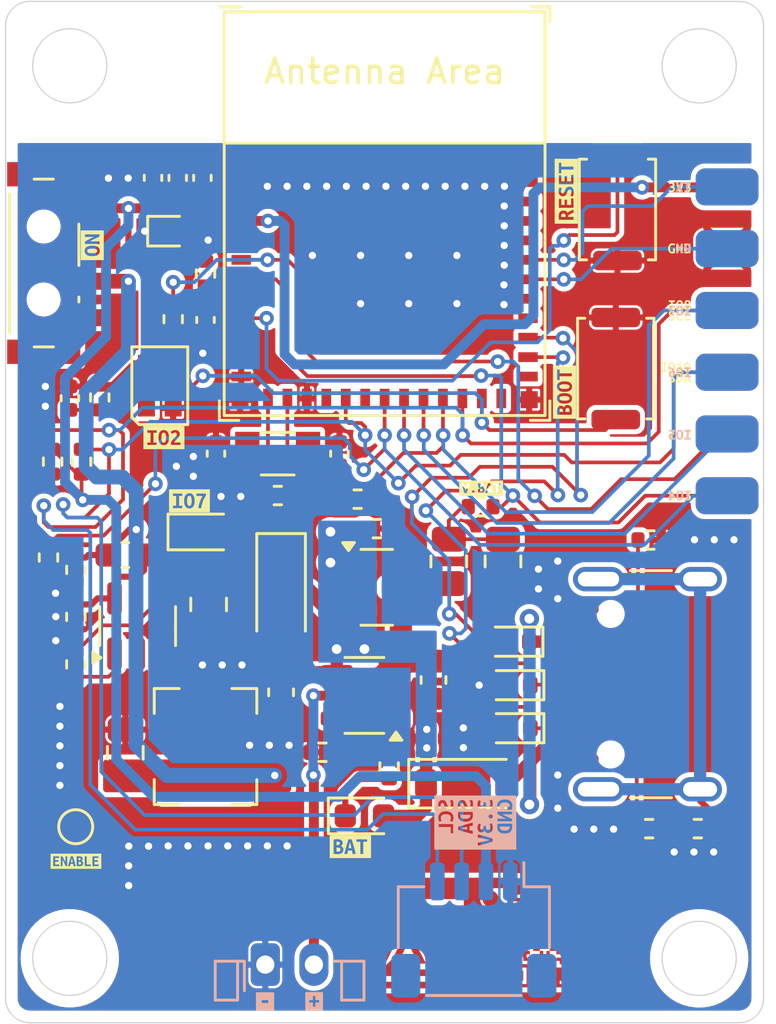
<source format=kicad_pcb>
(kicad_pcb (version 20240108) (generator "pcbnew") (generator_version "8.0")
  (layers (0 "F.Cu" signal) (31 "B.Cu" signal) (34 "B.Paste" user) (35 "F.Paste" user) (36 "B.SilkS" user "B.Silkscreen") (37 "F.SilkS" user "F.Silkscreen") (38 "B.Mask" user) (39 "F.Mask" user) (44 "Edge.Cuts" user))
  (net 0 "")
  (net 1 "GND")
  (net 2 "CHIP_PU")
  (net 3 "+BATT")
  (net 4 "VBUS")
  (net 5 "IO0")
  (net 6 "IO1")
  (net 7 "+3V3")
  (net 8 "+5V")
  (net 9 "IO9_BOOT")
  (net 10 "USB_D+")
  (net 11 "USB_D-")
  (net 12 "/Buck_Coil")
  (net 13 "IO2")
  (net 14 "IO7")
  (net 15 "IO10_SDA")
  (net 16 "IO8_SCL")
  (net 17 "IO21_TX")
  (net 23 "IO6")
  (net 24 "IO5")
  (net 27 "IO4")
  (net 33 "IO3")
  (net 34 "IO20_RX")
  (net 37 "Net-(U4-FB)")
  (net 38 "Net-(D1-DIN)")
  (net 40 "Net-(D3-A)")
  (net 41 "Net-(D4-K)")
  (net 42 "Net-(D7-A)")
  (net 45 "Net-(J3-CC2)")
  (net 46 "Net-(J3-SHIELD)")
  (net 47 "Net-(J3-CC1)")
  (net 50 "Net-(U3-PROG)")
  (net 51 "Net-(U3-STAT)")
  (net 53 "/Switch")
  (net 54 "Net-(R17-Pad1)")
  (net 55 "Net-(U4-EN)")
  (footprint "kibuzzard-680CDA08" (layer "F.Cu") (at 133.63 83.63 90)
    (property "Reference" "kibuzzard-680CDA08" (hide yes))
    (property "Value" "G***" (hide yes))
  )
  (footprint "Resistor_SMD:R_0402_1005Metric" (layer "F.Cu") (at 137.165 89.71 180)
    (property "Reference" "R14" (hide yes))
    (property "Value" "5K1" (hide yes))
  )
  (footprint "Diode_SMD:D_SOD-523" (layer "F.Cu") (at 131.525 97.45 180)
    (property "Reference" "D9" (hide yes))
    (property "Value" "LESD5D5.0CT1G" (hide yes))
  )
  (footprint "Diode_SMD:D_SOD-123" (layer "F.Cu") (at 121.97 91.8055 -90)
    (property "Reference" "D5" (hide yes))
    (property "Value" "B5819W" (hide yes))
  )
  (footprint "kibuzzard-680CD9B9" (layer "F.Cu") (at 118.2 88.1)
    (property "Reference" "kibuzzard-680CD9B9" (hide yes))
    (property "Value" "G***" (hide yes))
  )
  (footprint "kibuzzard-680CFD12" (layer "F.Cu") (at 138.36 77.72)
    (property "Reference" "kibuzzard-680CFD12" (hide yes))
    (property "Value" "G***" (hide yes))
  )
  (footprint "Diode_SMD:D_SOD-882" (layer "F.Cu") (at 117.29 77.01)
    (property "Reference" "D2" (hide yes))
    (property "Value" "LESD8D3.3CAT5G" (hide yes))
  )
  (footprint "Connector_USB:USB_C_Receptacle_GCT_USB4105-xx-A_16P_TopMnt_Horizontal" (layer "F.Cu") (at 138.135 95.64 90)
    (property "Reference" "J3" (hide yes))
    (property "Value" "USB C 16P" (hide yes))
  )
  (footprint "kibuzzard-680CFD4F" (layer "F.Cu") (at 138.37 80.27)
    (property "Reference" "kibuzzard-680CFD4F" (hide yes))
    (property "Value" "G***" (hide yes))
  )
  (footprint "Resistor_SMD:R_0402_1005Metric" (layer "F.Cu") (at 113.76 86.49 -90)
    (property "Reference" "R2" (hide yes))
    (property "Value" "10K" (hide yes))
  )
  (footprint "Button_Switch_SMD:SW_SPDT_PCM12" (layer "F.Cu") (at 112.53 78.32 -90)
    (property "Reference" "SW3" (hide yes))
    (property "Value" "MSK-12C02-07" (hide yes))
  )
  (footprint "Capacitor_SMD:C_0402_1005Metric" (layer "F.Cu") (at 124.37 86.16 90)
    (property "Reference" "C6" (hide yes))
    (property "Value" "DNP" (hide yes))
  )
  (footprint "Capacitor_SMD:C_0603_1608Metric" (layer "F.Cu") (at 115.5596 90.329)
    (property "Reference" "C11" (hide yes))
    (property "Value" "22pF 50V" (hide yes))
  )
  (footprint "Resistor_SMD:R_0402_1005Metric" (layer "F.Cu") (at 123.6718 98.4378)
    (property "Reference" "R7" (hide yes))
    (property "Value" "10K" (hide yes))
  )
  (footprint "Resistor_SMD:R_0402_1005Metric" (layer "F.Cu") (at 139.115 101.58)
    (property "Reference" "R11" (hide yes))
    (property "Value" "0R" (hide yes))
  )
  (footprint "TestPoint:TestPoint_Pad_D1.0mm" (layer "F.Cu") (at 113.52 101.5)
    (property "Reference" "TP1" (hide yes))
    (property "Value" "ENABLE" (hide yes))
  )
  (footprint "Resistor_SMD:R_0402_1005Metric" (layer "F.Cu") (at 137.115 101.58 180)
    (property "Reference" "R13" (hide yes))
    (property "Value" "5K1" (hide yes))
  )
  (footprint "Diode_SMD:D_SOD-523" (layer "F.Cu") (at 131.485 93.89 180)
    (property "Reference" "D8" (hide yes))
    (property "Value" "LESD5D5.0CT1G" (hide yes))
  )
  (footprint "Package_TO_SOT_SMD:SOT-23-5" (layer "F.Cu") (at 125.399 96.101 180)
    (property "Reference" "U3" (hide yes))
    (property "Value" "MCP73831T-2ACI/OT" (hide yes))
  )
  (footprint "kibuzzard-680CFD7F" (layer "F.Cu") (at 138.38 87.88)
    (property "Reference" "kibuzzard-680CFD7F" (hide yes))
    (property "Value" "G***" (hide yes))
  )
  (footprint "Resistor_SMD:R_0402_1005Metric" (layer "F.Cu") (at 114.51 83.85 90)
    (property "Reference" "R8" (hide yes))
    (property "Value" "10K" (hide yes))
  )
  (footprint "Capacitor_SMD:C_0402_1005Metric" (layer "F.Cu") (at 116.701 74.818 -90)
    (property "Reference" "C1" (hide yes))
    (property "Value" "10nF 10V" (hide yes))
  )
  (footprint "Resistor_SMD:R_0402_1005Metric" (layer "F.Cu") (at 125.907 89.243 180)
    (property "Reference" "R10" (hide yes))
    (property "Value" "100K" (hide yes))
  )
  (footprint "LOGO" (layer "F.Cu") (at 133.5 105.86)
    (property "Reference" "G***" (hide yes))
    (property "Value" "LOGO" (hide yes))
  )
  (footprint "kibuzzard-680CD9CB" (layer "F.Cu") (at 117.15 85.5)
    (property "Reference" "kibuzzard-680CD9CB" (hide yes))
    (property "Value" "G***" (hide yes))
  )
  (footprint "kibuzzard-680CFF32" (layer "F.Cu") (at 113.53 102.92)
    (property "Reference" "kibuzzard-680CFF32" (hide yes))
    (property "Value" "G***" (hide yes))
  )
  (footprint "Capacitor_SMD:C_0805_2012Metric" (layer "F.Cu") (at 115.5596 98.457 90)
    (property "Reference" "C12" (hide yes))
    (property "Value" "10uF 16V" (hide yes))
  )
  (footprint "Resistor_SMD:R_0402_1005Metric" (layer "F.Cu") (at 113.5276 90.9386 90)
    (property "Reference" "R15" (hide yes))
    (property "Value" "100K" (hide yes))
  )
  (footprint "Resistor_SMD:R_0402_1005Metric" (layer "F.Cu") (at 118.86 78.755 -90)
    (property "Reference" "R5" (hide yes))
    (property "Value" "10K" (hide yes))
  )
  (footprint "Crystal:Crystal_SMD_3215-2Pin_3.2x1.5mm" (layer "F.Cu") (at 121.83 86.16 180)
    (property "Reference" "Y1" (hide yes))
    (property "Value" "32.768Hz" (hide yes))
  )
  (footprint "Resistor_SMD:R_0402_1005Metric" (layer "F.Cu") (at 112.57 86.49 90)
    (property "Reference" "R4" (hide yes))
    (property "Value" "10K" (hide yes))
  )
  (footprint "Resistor_SMD:R_0402_1005Metric" (layer "F.Cu") (at 125.12 88.03 180)
    (property "Reference" "R3" (hide yes))
    (property "Value" "470R" (hide yes))
  )
  (footprint "Resistor_SMD:R_0402_1005Metric" (layer "F.Cu") (at 121.835 87.882)
    (property "Reference" "R6" (hide yes))
    (property "Value" "DNP" (hide yes))
  )
  (footprint "Capacitor_SMD:C_0402_1005Metric" (layer "F.Cu") (at 118.86 80.66 -90)
    (property "Reference" "C4" (hide yes))
    (property "Value" "1uF 16V" (hide yes))
  )
  (footprint "Capacitor_SMD:C_0603_1608Metric" (layer "F.Cu") (at 128.242 95.466 -90)
    (property "Reference" "C9" (hide yes))
    (property "Value" "4.7uF 16V" (hide yes))
  )
  (footprint "Resistor_SMD:R_0402_1005Metric" (layer "F.Cu") (at 112.4 90.43 -90)
    (property "Reference" "R20" (hide yes))
    (property "Value" "0R" (hide yes))
  )
  (footprint "Capacitor_SMD:C_0805_2012Metric" (layer "F.Cu") (at 118.9886 92.361 -90)
    (property "Reference" "C10" (hide yes))
    (property "Value" "10uF 16V" (hide yes))
  )
  (footprint "Button_Switch_SMD:SW_Push_SPST_NO_Alps_SKRK" (layer "F.Cu") (at 135.74 82.66 90)
    (property "Reference" "SW1" (hide yes))
    (property "Value" "BOOT" (hide yes))
  )
  (footprint "Resistor_SMD:R_0805_2012Metric" (layer "F.Cu") (at 128.87 90.59 -90)
    (property "Reference" "R17" (hide yes))
    (property "Value" "442K" (hide yes))
  )
  (footprint "LED_SMD:LED_0603_1608Metric" (layer "F.Cu") (at 125.399 101.054)
    (property "Reference" "D4" (hide yes))
    (property "Value" "RED LED" (hide yes))
  )
  (footprint "DeltaT32:Delta_Board-1" (layer "F.Cu") (at 126.82 89.69)
    (property "Reference" "U2" (hide yes))
    (property "Value" "Delta_Board-1" (hide yes))
    (fp_line (start -16.187362 18.869057) (end -16.187362 -21.126943) (stroke (width 0.05)) (layer "Edge.Cuts"))
    (fp_line (start -15.187362 -22.126943) (end 14.002638 -22.126943) (stroke (width 0.05)) (layer "Edge.Cuts"))
    (fp_line (start 14.002638 19.869057) (end -15.187362 19.869057) (stroke (width 0.05)) (layer "Edge.Cuts"))
    (fp_line (start 15.002638 -21.126943) (end 15.002638 18.869057) (stroke (width 0.05)) (layer "Edge.Cuts"))
    (fp_arc (start -16.187362 -21.126943) (mid -15.894469 -21.83405) (end -15.187362 -22.126943) (stroke (width 0.05)) (layer "Edge.Cuts"))
    (fp_arc (start -15.187362 19.869057) (mid -15.894469 19.576164) (end -16.187362 18.869057) (stroke (width 0.05)) (layer "Edge.Cuts"))
    (fp_arc (start 14.002638 -22.126943) (mid 14.709735 -21.834039) (end 15.002638 -21.126943) (stroke (width 0.05)) (layer "Edge.Cuts"))
    (fp_arc (start 15.002638 18.869057) (mid 14.709746 19.576165) (end 14.002638 19.869057) (stroke (width 0.05)) (layer "Edge.Cuts"))
    (fp_circle (center -13.543094 -19.47852) (end -15.067094 -19.47852) (stroke (width 0.05)) (fill none) (layer "Edge.Cuts"))
    (fp_circle (center -13.543094 17.221094) (end -13.543094 18.745094) (stroke (width 0.05)) (fill none) (layer "Edge.Cuts"))
    (fp_circle (center 12.353094 -19.47852) (end 12.353094 -21.00252) (stroke (width 0.05)) (fill none) (layer "Edge.Cuts"))
    (fp_circle (center 12.353094 17.224094) (end 13.877094 17.224094) (stroke (width 0.05)) (fill none) (layer "Edge.Cuts"))
  )
  (footprint "Inductor_SMD:L_Bourns-SRN4018" (layer "F.Cu") (at 118.8616 98.203 -90)
    (property "Reference" "L1" (hide yes))
    (property "Value" "SPH4018H2R2MT (2.2uH 2.2A)" (hide yes))
  )
  (footprint "Button_Switch_SMD:SW_Push_SPST_NO_Alps_SKRK" (layer "F.Cu") (at 135.81 76.12 -90)
    (property "Reference" "SW2" (hide yes))
    (property "Value" "RESET" (hide yes))
  )
  (footprint "Capacitor_SMD:C_0402_1005Metric" (layer "F.Cu") (at 117.717 74.818 -90)
    (property "Reference" "C2" (hide yes))
    (property "Value" "100nF 10V" (hide yes))
  )
  (footprint "Diode_SMD:D_SOD-523" (layer "F.Cu") (at 131.5225 95.68 180)
    (property "Reference" "D6" (hide yes))
    (property "Value" "LESD5D5.0CT1G" (hide yes))
  )
  (footprint "LED_SMD:LED_0603_1608Metric" (layer "F.Cu") (at 118.8025 89.38)
    (property "Reference" "D3" (hide yes))
    (property "Value" "BLUE LED" (hide yes))
  )
  (footprint "Package_TO_SOT_SMD:SOT-23-5" (layer "F.Cu") (at 116.0676 93.25 90)
    (property "Reference" "U4" (hide yes))
    (property "Value" "SY8088" (hide yes))
  )
  (footprint "kibuzzard-680CDA1E" (layer "F.Cu") (at 133.7 75.37 90)
    (property "Reference" "kibuzzard-680CDA1E" (hide yes))
    (property "Value" "G***" (hide yes))
  )
  (footprint "kibuzzard-680CFD73" (layer "F.Cu") (at 138.37 85.38)
    (property "Reference" "kibuzzard-680CFD73" (hide yes))
    (property "Value" "G***" (hide yes))
  )
  (footprint "kibuzzard-680CFD67" (layer "F.Cu") (at 138.21 82.82)
    (property "Reference" "kibuzzard-680CFD67" (hide yes))
    (property "Value" "G***" (hide yes))
  )
  (footprint "Resistor_SMD:R_0402_1005Metric" (layer "F.Cu") (at 126.415 99.022 -90)
    (property "Reference" "R9" (hide yes))
    (property "Value" "1K" (hide yes))
  )
  (footprint "Capacitor_SMD:C_0402_1005Metric" (layer "F.Cu") (at 113.28 83.88 90)
    (property "Reference" "C8" (hide yes))
    (property "Value" "1nF 10V" (hide yes))
  )
  (footprint "Capacitor_SMD:C_0603_1608Metric" (layer "F.Cu") (at 121.97 95.974 90)
    (property "Reference" "C7" (hide yes))
    (property "Value" "4.7uF 16V" (hide yes))
  )
  (footprint "Capacitor_SMD:C_0402_1005Metric" (layer "F.Cu") (at 118.733 74.818 -90)
    (property "Reference" "C3" (hide yes))
    (property "Value" "1uF 16V" (hide yes))
  )
  (footprint "Resistor_SMD:R_0402_1005Metric" (layer "F.Cu") (at 117.53 80.63 -90)
    (property "Reference" "R1" (hide yes))
    (property "Value" "0R" (hide yes))
  )
  (footprint "kibuzzard-680CFCF0" (layer "F.Cu") (at 138.37 75.2)
    (property "Reference" "kibuzzard-680CFCF0" (hide yes))
    (property "Value" "G***" (hide yes))
  )
  (footprint "Resistor_SMD:R_0402_1005Metric" (layer "F.Cu") (at 113.5276 94.8248 90)
    (property "Reference" "R12" (hide yes))
    (property "Value" "10K" (hide yes))
  )
  (footprint "kibuzzard-680CDA64" (layer "F.Cu") (at 124.82 102.32)
    (property "Reference" "kibuzzard-680CDA64" (hide yes))
    (property "Value" "G***" (hide yes))
  )
  (footprint "Diode_SMD:D_SOD-123" (layer "F.Cu") (at 129.5825 99.73)
    (property "Reference" "D7" (hide yes))
    (property "Value" "B5819W" (hide yes))
  )
  (footprint "Resistor_SMD:R_0402_1005Metric" (layer "F.Cu") (at 113.5276 92.869 90)
    (property "Reference" "R16" (hide yes))
    (property "Value" "22K1" (hide yes))
  )
  (footprint "Capacitor_SMD:C_0402_1005Metric" (layer "F.Cu") (at 119.29 86.16 90)
    (property "Reference" "C5" (hide yes))
    (property "Value" "DNP" (hide yes))
  )
  (footprint "Resistor_SMD:R_0805_2012Metric" (layer "F.Cu") (at 131.1 90.59 90)
    (property "Reference" "R18" (hide yes))
    (property "Value" "160K" (hide yes))
  )
  (footprint "PCM_Espressif:ESP32-C3-MINI-1" (layer "F.Cu") (at 126.23 76.29)
    (property "Reference" "U1" (hide yes))
    (property "Value" "ESP32-C3-MINI-1" (hide yes))
  )
  (footprint "kibuzzard-680CDAE0" (layer "F.Cu") (at 114.2 77.59 90)
    (property "Reference" "kibuzzard-680CDAE0" (hide yes))
    (property "Value" "G***" (hide yes))
  )
  (footprint "kibuzzard-680CDFA2" (layer "F.Cu") (at 130.2 87.58)
    (property "Reference" "kibuzzard-680CDFA2" (hide yes))
    (property "Value" "G***" (hide yes))
  )
  (footprint "LED_SMD:LED_WS2812B-2020_PLCC4_2.0x2.0mm" (layer "F.Cu") (at 116.98 83.365 90)
    (property "Reference" "D1" (hide yes))
    (property "Value" "WS2812B" (hide yes))
  )
  (footprint "LOGO" (layer "F.Cu") (at 127.85 105.82)
    (property "Reference" "G***" (hide yes))
    (property "Value" "LOGO" (hide yes))
  )
  (footprint "Resistor_SMD:R_0402_1005Metric" (layer "F.Cu") (at 130.18 88.34 180)
    (property "Reference" "R19" (hide yes))
    (property "Value" "0R" (hide yes))
  )
  (footprint "Package_TO_SOT_SMD:SOT-23" (layer "F.Cu") (at 125.907 91.656)
    (property "Reference" "Q1" (hide yes))
    (property "Value" "DMG3415U" (hide yes))
  )
  (footprint "kibuzzard-680CDDB7" (layer "B.Cu") (at 129.96 101.33 -90)
    (property "Reference" "kibuzzard-680CDDB7" (hide yes))
    (property "Value" "G***" (hide yes))
  )
  (footprint "kibuzzard-680CFDE4" (layer "B.Cu") (at 138.37 82.81 180)
    (property "Reference" "kibuzzard-680CFDE4" (hide yes))
    (property "Value" "G***" (hide yes))
  )
  (footprint "kibuzzard-680CFDCF" (layer "B.Cu") (at 138.37 80.28 180)
    (property "Reference" "kibuzzard-680CFDCF" (hide yes))
    (property "Value" "G***" (hide yes))
  )
  (footprint "kibuzzard-680CDBED" (layer "B.Cu") (at 121.31 108.69 180)
    (property "Reference" "kibuzzard-680CDBED" (hide yes))
    (property "Value" "G***" (hide yes))
  )
  (footprint "kibuzzard-680CDBCC" (layer "B.Cu") (at 123.33 108.68 180)
    (property "Reference" "kibuzzard-680CDBCC" (hide yes))
    (property "Value" "G***" (hide yes))
  )
  (footprint "kibuzzard-680CFDFB" (layer "B.Cu") (at 138.37 85.38 180)
    (property "Reference" "kibuzzard-680CFDFB" (hide yes))
    (property "Value" "G***" (hide yes))
  )
  (footprint "kibuzzard-680CFE08" (layer "B.Cu") (at 138.36 87.88 180)
    (property "Reference" "kibuzzard-680CFE08" (hide yes))
    (property "Value" "G***" (hide yes))
  )
  (footprint "kibuzzard-680CFDA8" (layer "B.Cu") (at 138.51 75.19 180)
    (property "Reference" "kibuzzard-680CFDA8" (hide yes))
    (property "Value" "G***" (hide yes))
  )
  (footprint "Connector_JST:JST_SH_SM04B-SRSS-TB_1x04-1MP_P1.00mm_Horizontal" (layer "B.Cu") (at 129.9 105.755 180)
    (property "Reference" "J1" (hide yes))
    (property "Value" "JST SH1.0" (hide yes))
  )
  (footprint "Connector_JST:JST_PH_S2B-PH-K_1x02_P2.00mm_Horizontal" (layer "B.Cu") (at 121.32 107.17)
    (property "Reference" "J2" (hide yes))
    (property "Value" "JST PH2.0" (hide yes))
  )
  (footprint "kibuzzard-680CFDBB" (layer "B.Cu") (at 138.52 77.72 180)
    (property "Reference" "kibuzzard-680CFDBB" (hide yes))
    (property "Value" "G***" (hide yes))
  )
  (segment (start 134.455 92.44) (end 134.437 92.458) (width 0.508) (layer "F.Cu") (net 1))
  (segment (start 133.553289 92.448) (end 133.353289 92.248) (width 0.508) (layer "F.Cu") (net 1))
  (segment (start 133.353289 92.124) (end 133.353289 90.578) (width 0.508) (layer "F.Cu") (net 1))
  (segment (start 133.353289 92.248) (end 133.353289 92.124) (width 0.508) (layer "F.Cu") (net 1))
  (segment (start 133.353289 99.374) (end 133.353289 100.738) (width 0.508) (layer "F.Cu") (net 1))
  (segment (start 134.455 98.84) (end 133.861289 98.84) (width 0.508) (layer "F.Cu") (net 1))
  (segment (start 134.437 92.458) (end 133.563289 92.458) (width 0.508) (layer "F.Cu") (net 1))
  (segment (start 133.861289 98.84) (end 133.353289 99.348) (width 0.508) (layer "F.Cu") (net 1))
  (via (at 121.4058 75.1652) (size 0.6) (drill 0.3) (layers "F.Cu" "B.Cu") (net 1))
  (via (at 112.27 83.3972) (size 0.6) (drill 0.3) (layers "F.Cu" "B.Cu") (net 1))
  (via (at 118.75 82.03) (size 0.6) (drill 0.3) (layers "F.Cu" "B.Cu") (net 1))
  (via (at 119.7772 102.29) (size 0.6) (drill 0.3) (layers "F.Cu" "B.Cu") (net 1))
  (via (at 121.4872 98.15) (size 0.6) (drill 0.3) (layers "F.Cu" "B.Cu") (net 1))
  (via (at 122.22 102.29) (size 0.6) (drill 0.3) (layers "F.Cu" "B.Cu") (net 1))
  (via (at 114.8672 74.83) (size 0.6) (drill 0.3) (layers "F.Cu" "B.Cu") (net 1))
  (via (at 120.36 94.85) (size 0.6) (drill 0.3) (layers "F.Cu" "B.Cu") (net 1))
  (via (at 118.36 86.2772) (size 0.6) (drill 0.3) (layers "F.Cu" "B.Cu") (net 1))
  (via (at 133.353289 90.578) (size 0.6) (drill 0.3) (layers "F.Cu" "B.Cu") (net 1))
  (via (at 120.6744 98.15) (size 0.6) (drill 0.3) (layers "F.Cu" "B.Cu") (net 1))
  (via (at 131.1594 75.1652) (size 0.6) (drill 0.3) (layers "F.Cu" "B.Cu") (net 1))
  (via (at 138.9572 102.54) (size 0.6) (drill 0.3) (layers "F.Cu" "B.Cu") (net 1))
  (via (at 117.3244 102.29) (size 0.6) (drill 0.3) (layers "F.Cu" "B.Cu") (net 1))
  (via (at 129.5338 75.1652) (size 0.6) (drill 0.3) (layers "F.Cu" "B.Cu") (net 1))
  (via (at 133.353289 99.374) (size 0.6) (drill 0.3) (layers "F.Cu" "B.Cu") (net 1))
  (via (at 134.8372 101.6) (size 0.6) (drill 0.3) (layers "F.Cu" "B.Cu") (net 1))
  (via (at 119.5472 94.85) (size 0.6) (drill 0.3) (layers "F.Cu" "B.Cu") (net 1))
  (via (at 139.77 102.54) (size 0.6) (drill 0.3) (layers "F.Cu" "B.Cu") (net 1))
  (via (at 115.7 103.1072) (size 0.6) (drill 0.3) (layers "F.Cu" "B.Cu") (net 1))
  (via (at 127.2224 78.01) (size 0.6) (drill 0.3) (layers "F.Cu" "B.Cu") (net 1))
  (via (at 112.87 98.9872) (size 0.6) (drill 0.3) (layers "F.Cu" "B.Cu") (net 1))
  (via (at 131.15 78.41) (size 0.6) (drill 0.3) (layers "F.Cu" "B.Cu") (net 1))
  (via (at 120.5944 102.29) (size 0.6) (drill 0.3) (layers "F.Cu" "B.Cu") (net 1))
  (via (at 125.2412 79.9912) (size 0.6) (drill 0.3) (layers "F.Cu" "B.Cu") (net 1))
  (via (at 139.7928 89.7) (size 0.6) (drill 0.3) (layers "F.Cu" "B.Cu") (net 1))
  (via (at 131.15 77.5972) (size 0.6) (drill 0.3) (layers "F.Cu" "B.Cu") (net 1))
  (via (at 128.721 75.1652) (size 0.6) (drill 0.3) (layers "F.Cu" "B.Cu") (net 1))
  (via (at 122.3 98.15) (size 0.6) (drill 0.3) (layers "F.Cu" "B.Cu") (net 1))
  (via (at 140.6056 89.7) (size 0.6) (drill 0.3) (layers "F.Cu" "B.Cu") (net 1))
  (via (at 131.15 75.9772) (size 0.6) (drill 0.3) (layers "F.Cu" "B.Cu") (net 1))
  (via (at 116.36 77.01) (size 0.6) (drill 0.3) (layers "F.Cu" "B.Cu") (net 1))
  (via (at 117.66 86.68) (size 0.6) (drill 0.3) (layers "F.Cu" "B.Cu") (net 1))
  (via (at 112.7 92.86) (size 0.6) (drill 0.3) (layers "F.Cu" "B.Cu") (net 1))
  (via (at 116.5172 102.3) (size 0.6) (drill 0.3) (layers "F.Cu" "B.Cu") (net 1))
  (via (at 112.69 91.9) (size 0.6) (drill 0.3) (layers "F.Cu" "B.Cu") (net 1))
  (via (at 119.4972 87.92) (size 0.6) (drill 0.3) (layers "F.Cu" "B.Cu") (net 1))
  (via (at 126.2826 75.1652) (size 0.6) (drill 0.3) (layers "F.Cu" "B.Cu") (net 1))
  (via (at 131.14 79.2172) (size 0.6) (drill 0.3) (layers "F.Cu" "B.Cu") (net 1))
  (via (at 133.353289 100.738) (size 0.6) (drill 0.3) (layers "F.Cu" "B.Cu") (net 1))
  (via (at 112.7 93.85) (size 0.6) (drill 0.3) (layers "F.Cu" "B.Cu") (net 1))
  (via (at 118.97 77.38) (size 0.6) (drill 0.3) (layers "F.Cu" "B.Cu") (net 1))
  (via (at 123.0314 75.1652) (size 0.6) (drill 0.3) (layers "F.Cu" "B.Cu") (net 1))
  (via (at 133.353289 92.124) (size 0.6) (drill 0.3) (layers "F.Cu" "B.Cu") (net 1))
  (via (at 112.27 84.21) (size 0.6) (drill 0.3) (layers "F.Cu" "B.Cu") (net 1))
  (via (at 118.1372 102.29) (size 0.6) (drill 0.3) (layers "F.Cu" "B.Cu") (net 1))
  (via (at 132.56 91.72) (size 0.6) (drill 0.3) (layers "F.Cu" "B.Cu") (net 1))
  (via (at 129.47 97.4372) (size 0.6) (drill 0.3) (layers "F.Cu" "B.Cu") (net 1))
  (via (at 112.87 96.5544) (size 0.6) (drill 0.3) (layers "F.Cu" "B.Cu") (net 1))
  (via (at 120.31 87.92) (size 0.6) (drill 0.3) (layers "F.Cu" "B.Cu") (net 1))
  (via (at 130.12 95.68) (size 0.6) (drill 0.3) (layers "F.Cu" "B.Cu") (net 1))
  (via (at 118.7344 94.85) (size 0.6) (drill 0.3) (layers "F.Cu" "B.Cu") (net 1))
  (via (at 112.87 97.3672) (size 0.6) (drill 0.3) (layers "F.Cu" "B.Cu") (net 1))
  (via (at 132.56 90.9072) (size 0.6) (drill 0.3) (layers "F.Cu" "B.Cu") (net 1))
  (via (at 134.0244 101.6) (size 0.6) (drill 0.3) (layers "F.Cu" "B.Cu") (net 1))
  (via (at 112.87 99.8) (size 0.6) (drill 0.3) (layers "F.Cu" "B.Cu") (net 1))
  (via (at 129.2036 79.9912) (size 0.6) (drill 0.3) (layers "F.Cu" "B.Cu") (net 1))
  (via (at 138.98 89.7) (size 0.6) (drill 0.3) (layers "F.Cu" "B.Cu") (net 1))
  (via (at 118.36 87.09) (size 0.6) (drill 0.3) (layers "F.Cu" "B.Cu") (net 1))
  (via (at 118.9644 102.29) (size 0.6) (drill 0.3) (layers "F.Cu" "B.Cu") (net 1))
  (via (at 138.1444 102.54) (size 0.6) (drill 0.3) (layers "F.Cu" "B.Cu") (net 1))
  (via (at 123.26 78.01) (size 0.6) (drill 0.3) (layers "F.Cu" "B.Cu") (net 1))
  (via (at 129.47 98.25) (size 0.6) (drill 0.3) (layers "F.Cu" "B.Cu") (net 1))
  (via (at 115.68 74.83) (size 0.6) (drill 0.3) (layers "F.Cu" "B.Cu") (net 1))
  (via (at 127.0954 75.1652) (size 0.6) (drill 0.3) (layers "F.Cu" "B.Cu") (net 1))
  (via (at 115.7 103.92) (size 0.6) (drill 0.3) (layers "F.Cu" "B.Cu") (net 1))
  (via (at 122.2186 75.1652) (size 0.6) (drill 0.3) (layers "F.Cu" "B.Cu") (net 1))
  (via (at 131.14 80.03) (size 0.6) (drill 0.3) (layers "F.Cu" "B.Cu") (net 1))
  (via (at 112.87 98.1744) (size 0.6) (drill 0.3) (layers "F.Cu" "B.Cu") (net 1))
  (via (at 125.4698 75.1652) (size 0.6) (drill 0.3) (layers "F.Cu" "B.Cu") (net 1))
  (via (at 125.2412 78.01) (size 0.6) (drill 0.3) (layers "F.Cu" "B.Cu") (net 1))
  (via (at 130.3466 75.1652) (size 0.6) (drill 0.3) (layers "F.Cu" "B.Cu") (net 1))
  (via (at 135.65 101.6) (size 0.6) (drill 0.3) (layers "F.Cu" "B.Cu") (net 1))
  (via (at 131.15 76.79) (size 0.6) (drill 0.3) (layers "F.Cu" "B.Cu") (net 1))
  (via (at 115.7044 102.3) (size 0.6) (drill 0.3) (layers "F.Cu" "B.Cu") (net 1))
  (via (at 127.2224 79.9912) (size 0.6) (drill 0.3) (layers "F.Cu" "B.Cu") (net 1))
  (via (at 124.657 75.1652) (size 0.6) (drill 0.3) (layers "F.Cu" "B.Cu") (net 1))
  (via (at 121.4072 102.29) (size 0.6) (drill 0.3) (layers "F.Cu" "B.Cu") (net 1))
  (via (at 129.2036 78.01) (size 0.6) (drill 0.3) (layers "F.Cu" "B.Cu") (net 1))
  (via (at 123.8442 75.1652) (size 0.6) (drill 0.3) (layers "F.Cu" "B.Cu") (net 1))
  (via (at 127.9082 75.1652) (size 0.6) (drill 0.3) (layers "F.Cu" "B.Cu") (net 1))
  (segment (start 133.819997 77.17) (end 135.69 77.17) (width 0.1524) (layer "F.Cu") (net 2))
  (segment (start 118.86 79.265) (end 118.86 80.18) (width 0.1524) (layer "F.Cu") (net 2))
  (segment (start 119.269 80.18) (end 118.86 80.18) (width 0.1524) (layer "F.Cu") (net 2))
  (segment (start 135.81 77.05) (end 135.81 74.02) (width 0.1524) (layer "F.Cu") (net 2))
  (segment (start 120.33 80.59) (end 119.679 80.59) (width 0.1524) (layer "F.Cu") (net 2))
  (segment (start 133.6 77.389997) (end 133.819997 77.17) (width 0.1524) (layer "F.Cu") (net 2))
  (segment (start 121.37 80.59) (end 120.33 80.59) (width 0.1524) (layer "F.Cu") (net 2))
  (segment (start 135.69 77.17) (end 135.81 77.05) (width 0.1524) (layer "F.Cu") (net 2))
  (segment (start 119.679 80.59) (end 119.269 80.18) (width 0.1524) (layer "F.Cu") (net 2))
  (via (at 121.37 80.59) (size 0.6) (drill 0.3) (layers "F.Cu" "B.Cu") (net 2))
  (via (at 133.6 77.389997) (size 0.6) (drill 0.3) (layers "F.Cu" "B.Cu") (net 2))
  (segment (start 129.01513 83.16) (end 121.86 83.16) (width 0.1524) (layer "B.Cu") (net 2))
  (segment (start 133.0238 77.7362) (end 133.0238 81.0762) (width 0.1524) (layer "B.Cu") (net 2))
  (segment (start 133.376197 77.6138) (end 133.1462 77.6138) (width 0.1524) (layer "B.Cu") (net 2))
  (segment (start 133.0238 81.0762) (end 132.5162 81.5838) (width 0.1524) (layer "B.Cu") (net 2))
  (segment (start 121.86 83.16) (end 121.37 82.67) (width 0.1524) (layer "B.Cu") (net 2))
  (segment (start 133.6 77.389997) (end 133.376197 77.6138) (width 0.1524) (layer "B.Cu") (net 2))
  (segment (start 121.37 82.67) (end 121.37 80.59) (width 0.1524) (layer "B.Cu") (net 2))
  (segment (start 130.59133 81.5838) (end 129.01513 83.16) (width 0.1524) (layer "B.Cu") (net 2))
  (segment (start 132.5162 81.5838) (end 130.59133 81.5838) (width 0.1524) (layer "B.Cu") (net 2))
  (segment (start 133.1462 77.6138) (end 133.0238 77.7362) (width 0.1524) (layer "B.Cu") (net 2))
  (segment (start 126.8445 91.656) (end 128.7165 91.656) (width 0.6096) (layer "F.Cu") (net 3))
  (segment (start 128.7165 91.656) (end 128.87 91.5025) (width 0.6096) (layer "F.Cu") (net 3))
  (segment (start 123.3 99.38) (end 123.32 99.4) (width 0.4064) (layer "F.Cu") (net 3))
  (segment (start 123.32 99.4) (end 123.32 107.17) (width 0.4064) (layer "F.Cu") (net 3))
  (segment (start 124.915001 96.11) (end 123.3 96.11) (width 0.4064) (layer "F.Cu") (net 3))
  (segment (start 125.874001 95.151) (end 124.915001 96.11) (width 0.4064) (layer "F.Cu") (net 3))
  (segment (start 126.5365 95.151) (end 125.874001 95.151) (width 0.4064) (layer "F.Cu") (net 3))
  (via (at 123.3 96.11) (size 0.6) (drill 0.3) (layers "F.Cu" "B.Cu") (net 3))
  (via (at 123.3 99.38) (size 0.6) (drill 0.3) (layers "F.Cu" "B.Cu") (net 3))
  (segment (start 123.3 96.11) (end 123.3 99.38) (width 0.4064) (layer "B.Cu") (net 3))
  (segment (start 127.94 99.7225) (end 127.94 98.2844) (width 0.508) (layer "F.Cu") (net 4))
  (segment (start 127.586 101.054) (end 127.9325 100.7075) (width 0.508) (layer "F.Cu") (net 4))
  (segment (start 124.2615 94.2015) (end 124.256 94.196) (width 0.508) (layer "F.Cu") (net 4))
  (segment (start 124.129 89.243) (end 124.002 89.37) (width 0.508) (layer "F.Cu") (net 4))
  (segment (start 124.068 90.706) (end 124.002 90.64) (width 0.508) (layer "F.Cu") (net 4))
  (segment (start 127.9325 100.7075) (end 127.9325 99.73) (width 0.508) (layer "F.Cu") (net 4))
  (segment (start 121.97 93.4555) (end 121.97 95.09) (width 0.508) (layer "F.Cu") (net 4))
  (segment (start 126.1865 101.054) (end 127.586 101.054) (width 0.508) (layer "F.Cu") (net 4))
  (segment (start 125.018 89.243) (end 124.9695 89.2915) (width 0.508) (layer "F.Cu") (net 4))
  (segment (start 124.256 94.196) (end 125.399 94.196) (width 0.508) (layer "F.Cu") (net 4))
  (segment (start 121.97 95.09) (end 122.031 95.151) (width 0.508) (layer "F.Cu") (net 4))
  (segment (start 125.397 89.243) (end 124.129 89.243) (width 0.508) (layer "F.Cu") (net 4))
  (segment (start 122.031 95.151) (end 124.2615 95.151) (width 0.508) (layer "F.Cu") (net 4))
  (segment (start 124.9695 89.2915) (end 124.9695 90.706) (width 0.508) (layer "F.Cu") (net 4))
  (segment (start 124.9695 90.706) (end 124.068 90.706) (width 0.508) (layer "F.Cu") (net 4))
  (segment (start 127.9644 98.26) (end 127.9644 97.498) (width 0.508) (layer "F.Cu") (net 4))
  (segment (start 127.9325 99.73) (end 127.94 99.7225) (width 0.508) (layer "F.Cu") (net 4))
  (segment (start 124.2615 95.151) (end 124.2615 94.2015) (width 0.508) (layer "F.Cu") (net 4))
  (via (at 127.9644 98.26) (size 0.6) (drill 0.3) (layers "F.Cu" "B.Cu") (net 4))
  (via (at 124.256 94.196) (size 0.8) (drill 0.4) (layers "F.Cu" "B.Cu") (net 4))
  (via (at 124.002 89.37) (size 0.8) (drill 0.4) (layers "F.Cu" "B.Cu") (net 4))
  (via (at 127.9644 97.498) (size 0.6) (drill 0.3) (layers "F.Cu" "B.Cu") (net 4))
  (via (at 125.399 94.196) (size 0.8) (drill 0.4) (layers "F.Cu" "B.Cu") (net 4))
  (via (at 124.002 90.64) (size 0.8) (drill 0.4) (layers "F.Cu" "B.Cu") (net 4))
  (segment (start 121.449 85.906) (end 121.449 87.768) (width 0.1524) (layer "F.Cu") (net 5))
  (segment (start 121.449 85.906) (end 121.43 85.887) (width 0.1524) (layer "F.Cu") (net 5))
  (segment (start 121.195 86.16) (end 121.449 85.906) (width 0.1524) (layer "F.Cu") (net 5))
  (segment (start 120.1054 86.64) (end 120.5854 86.16) (width 0.1524) (layer "F.Cu") (net 5))
  (segment (start 120.58 86.16) (end 121.195 86.16) (width 0.1524) (layer "F.Cu") (net 5))
  (segment (start 119.29 86.64) (end 120.1054 86.64) (width 0.1524) (layer "F.Cu") (net 5))
  (segment (start 121.43 85.887) (end 121.43 83.89) (width 0.1524) (layer "F.Cu") (net 5))
  (segment (start 122.211 85.906) (end 122.23 85.887) (width 0.1524) (layer "F.Cu") (net 6))
  (segment (start 122.465 86.16) (end 122.211 85.906) (width 0.1524) (layer "F.Cu") (net 6))
  (segment (start 123.08 86.16) (end 122.465 86.16) (width 0.1524) (layer "F.Cu") (net 6))
  (segment (start 122.211 85.906) (end 122.211 87.758) (width 0.1524) (layer "F.Cu") (net 6))
  (segment (start 123.5546 86.64) (end 123.0746 86.16) (width 0.1524) (layer "F.Cu") (net 6))
  (segment (start 124.37 86.64) (end 123.5546 86.64) (width 0.1524) (layer "F.Cu") (net 6))
  (segment (start 122.23 85.887) (end 122.23 83.89) (width 0.1524) (layer "F.Cu") (net 6))
  (segment (start 115.69 77.65) (end 115.69 76.07) (width 0.254) (layer "F.Cu") (net 7))
  (segment (start 117.72 76.03) (end 117.72 75.301) (width 0.4064) (layer "F.Cu") (net 7))
  (segment (start 113.81 88.06) (end 113.76 88.01) (width 0.1524) (layer "F.Cu") (net 7))
  (segment (start 140.3 75.21) (end 140.32 75.19) (width 0.4064) (layer "F.Cu") (net 7))
  (segment (start 113.96 76.07) (end 115.69 76.07) (width 0.4064) (layer "F.Cu") (net 7))
  (segment (start 121.43 76.59) (end 120.33 76.59) (width 0.4064) (layer "F.Cu") (net 7))
  (segment (start 116.575 78.245) (end 118.86 78.245) (width 0.1524) (layer "F.Cu") (net 7))
  (segment (start 118.12 77.01) (end 118.54 76.59) (width 0.4064) (layer "F.Cu") (net 7))
  (segment (start 115.69 76.07) (end 117.68 76.07) (width 0.4064) (layer "F.Cu") (net 7))
  (segment (start 115.03 83.34) (end 114.51 83.34) (width 0.254) (layer "F.Cu") (net 7))
  (segment (start 115.92 82.45) (end 115.03 83.34) (width 0.254) (layer "F.Cu") (net 7))
  (segment (start 117.64 76.11) (end 117.72 76.03) (width 0.4064) (layer "F.Cu") (net 7))
  (segment (start 117.717 75.298) (end 116.701 75.298) (width 0.1524) (layer "F.Cu") (net 7))
  (segment (start 136.82 75.21) (end 140.3 75.21) (width 0.4064) (layer "F.Cu") (net 7))
  (segment (start 118.54 76.59) (end 120.33 76.59) (width 0.4064) (layer "F.Cu") (net 7))
  (segment (start 117.731 75.298) (end 117.717 75.298) (width 0.1524) (layer "F.Cu") (net 7))
  (segment (start 117.68 76.07) (end 117.72 76.03) (width 0.4064) (layer "F.Cu") (net 7))
  (segment (start 113.59 87) (end 113.76 87) (width 0.1524) (layer "F.Cu") (net 7))
  (segment (start 113.76 88.01) (end 113.76 87) (width 0.1524) (layer "F.Cu") (net 7))
  (segment (start 116.43 78.39) (end 116.43 82.45) (width 0.254) (layer "F.Cu") (net 7))
  (segment (start 116.43 78.39) (end 115.69 77.65) (width 0.254) (layer "F.Cu") (net 7))
  (segment (start 117.72 75.301) (end 117.717 75.298) (width 0.4064) (layer "F.Cu") (net 7))
  (segment (start 117.745 75.298) (end 117.717 75.326) (width 0.254) (layer "F.Cu") (net 7))
  (segment (start 117.64 77.01) (end 118.12 77.01) (width 0.4064) (layer "F.Cu") (net 7))
  (segment (start 116.43 82.45) (end 115.92 82.45) (width 0.254) (layer "F.Cu") (net 7))
  (segment (start 112.57 85.98) (end 113.59 87) (width 0.1524) (layer "F.Cu") (net 7))
  (segment (start 116.729 75.298) (end 116.701 75.326) (width 0.254) (layer "F.Cu") (net 7))
  (segment (start 116.43 78.39) (end 116.575 78.245) (width 0.1524) (layer "F.Cu") (net 7))
  (segment (start 117.717 75.298) (end 118.733 75.298) (width 0.1524) (layer "F.Cu") (net 7))
  (segment (start 117.64 77.01) (end 117.64 76.11) (width 0.4064) (layer "F.Cu") (net 7))
  (via (at 115.69 76.07) (size 0.6) (drill 0.3) (layers "F.Cu" "B.Cu") (net 7))
  (via (at 121.43 76.59) (size 0.6) (drill 0.3) (layers "F.Cu" "B.Cu") (net 7))
  (via (at 113.81 88.06) (size 0.6) (drill 0.3) (layers "F.Cu" "B.Cu") (net 7))
  (via (at 136.82 75.21) (size 0.6) (drill 0.3) (layers "F.Cu" "B.Cu") (net 7))
  (segment (start 115.69 76.78) (end 115.69 76.07) (width 0.4064) (layer "B.Cu") (net 7))
  (segment (start 113.81 88.06) (end 114.85 88.06) (width 0.4064) (layer "B.Cu") (net 7))
  (segment (start 131.99 80.84) (end 130.32 80.84) (width 0.4064) (layer "B.Cu") (net 7))
  (segment (start 124.37 100.27) (end 125.22 99.42) (width 0.4064) (layer "B.Cu") (net 7))
  (segment (start 132.35 80.48) (end 131.99 80.84) (width 0.4064) (layer "B.Cu") (net 7))
  (segment (start 114.85 88.06) (end 115.19 88.4) (width 0.4064) (layer "B.Cu") (net 7))
  (segment (start 116.73 100.27) (end 124.37 100.27) (width 0.4064) (layer "B.Cu") (net 7))
  (segment (start 132.61 75.21) (end 132.35 75.47) (width 0.4064) (layer "B.Cu") (net 7))
  (segment (start 125.22 99.42) (end 129.99 99.42) (width 0.4064) (layer "B.Cu") (net 7))
  (segment (start 114.77 81.35) (end 114.77 77.7) (width 0.4064) (layer "B.Cu") (net 7))
  (segment (start 136.82 75.21) (end 132.61 75.21) (width 0.4064) (layer "B.Cu") (net 7))
  (segment (start 122.1132 76.7732) (end 121.93 76.59) (width 0.4064) (layer "B.Cu") (net 7))
  (segment (start 113.08 87.33) (end 113.08 83.04) (width 0.4064) (layer "B.Cu") (net 7))
  (segment (start 115.19 98.73) (end 116.73 100.27) (width 0.4064) (layer "B.Cu") (net 7))
  (segment (start 132.35 75.47) (end 132.35 80.48) (width 0.4064) (layer "B.Cu") (net 7))
  (segment (start 129.99 99.42) (end 130.4 99.83) (width 0.4064) (layer "B.Cu") (net 7))
  (segment (start 130.4 99.83) (end 130.4 103.755) (width 0.4064) (layer "B.Cu") (net 7))
  (segment (start 122.1132 82.0832) (end 122.1132 76.7732) (width 0.4064) (layer "B.Cu") (net 7))
  (segment (start 114.77 77.7) (end 115.69 76.78) (width 0.4064) (layer "B.Cu") (net 7))
  (segment (start 113.08 83.04) (end 114.77 81.35) (width 0.4064) (layer "B.Cu") (net 7))
  (segment (start 121.93 76.59) (end 121.43 76.59) (width 0.4064) (layer "B.Cu") (net 7))
  (segment (start 115.19 88.4) (end 115.19 98.73) (width 0.4064) (layer "B.Cu") (net 7))
  (segment (start 122.5206 82.4906) (end 122.1132 82.0832) (width 0.4064) (layer "B.Cu") (net 7))
  (segment (start 130.32 80.84) (end 128.6694 82.4906) (width 0.4064) (layer "B.Cu") (net 7))
  (segment (start 113.81 88.06) (end 113.08 87.33) (width 0.4064) (layer "B.Cu") (net 7))
  (segment (start 128.6694 82.4906) (end 122.5206 82.4906) (width 0.4064) (layer "B.Cu") (net 7))
  (segment (start 115.9101 93.22) (end 117.0176 92.1125) (width 0.1524) (layer "F.Cu") (net 8))
  (segment (start 122.478 91.783) (end 121.97 91.275) (width 0.6096) (layer "F.Cu") (net 8))
  (segment (start 123.936 92.606) (end 123.113 91.783) (width 0.6096) (layer "F.Cu") (net 8))
  (segment (start 124.9695 92.606) (end 123.936 92.606) (width 0.6096) (layer "F.Cu") (net 8))
  (segment (start 123.113 91.783) (end 122.478 91.783) (width 0.6096) (layer "F.Cu") (net 8))
  (segment (start 113.5276 94.3148) (end 114.6224 93.22) (width 0.1524) (layer "F.Cu") (net 8))
  (segment (start 114.6224 93.22) (end 115.9101 93.22) (width 0.1524) (layer "F.Cu") (net 8))
  (segment (start 121.97 91.275) (end 121.97 90.1555) (width 0.6096) (layer "F.Cu") (net 8))
  (segment (start 135.31 85.19) (end 135.74 84.76) (width 0.1524) (layer "F.Cu") (net 9))
  (segment (start 130.54 85.19) (end 135.31 85.19) (width 0.1524) (layer "F.Cu") (net 9))
  (segment (start 130.23 84.88) (end 130.54 85.19) (width 0.1524) (layer "F.Cu") (net 9))
  (segment (start 130.23 83.89) (end 130.23 84.88) (width 0.1524) (layer "F.Cu") (net 9))
  (segment (start 118.75 82.96) (end 118.38 83.33) (width 0.1524) (layer "F.Cu") (net 9))
  (segment (start 118.38 83.33) (end 116.21 83.33) (width 0.1524) (layer "F.Cu") (net 9))
  (segment (start 113.28 84.36) (end 114.51 84.36) (width 0.1524) (layer "F.Cu") (net 9))
  (segment (start 115.18 84.36) (end 114.51 84.36) (width 0.1524) (layer "F.Cu") (net 9))
  (segment (start 116.21 83.33) (end 115.18 84.36) (width 0.1524) (layer "F.Cu") (net 9))
  (via (at 118.75 82.96) (size 0.6) (drill 0.3) (layers "F.Cu" "B.Cu") (net 9))
  (via (at 130.23 84.88) (size 0.6) (drill 0.3) (layers "F.Cu" "B.Cu") (net 9))
  (segment (start 130.23 83.94) (end 129.96 83.67) (width 0.1524) (layer "B.Cu") (net 9))
  (segment (start 129.96 83.67) (end 121.65 83.67) (width 0.1524) (layer "B.Cu") (net 9))
  (segment (start 130.23 84.88) (end 130.23 83.94) (width 0.1524) (layer "B.Cu") (net 9))
  (segment (start 121.65 83.67) (end 120.94 82.96) (width 0.1524) (layer "B.Cu") (net 9))
  (segment (start 120.94 82.96) (end 118.75 82.96) (width 0.1524) (layer "B.Cu") (net 9))
  (segment (start 133.488289 95.091578) (end 133.689867 94.89) (width 0.1524) (layer "F.Cu") (net 10))
  (segment (start 133.488289 95.724422) (end 133.421867 95.658) (width 0.1524) (layer "F.Cu") (net 10))
  (segment (start 132.13 81.39) (end 133.55 81.39) (width 0.1524) (layer "F.Cu") (net 10))
  (segment (start 133.689867 94.89) (end 134.455 94.89) (width 0.1524) (layer "F.Cu") (net 10))
  (segment (start 133.1362 86.7) (end 134.3 87.8638) (width 0.1524) (layer "F.Cu") (net 10))
  (segment (start 132.135 94.78) (end 130.17 94.78) (width 0.1524) (layer "F.Cu") (net 10))
  (segment (start 128.148626 87.15) (end 129.7 87.15) (width 0.1524) (layer "F.Cu") (net 10))
  (segment (start 133.55 81.39) (end 133.57 81.41) (width 0.1524) (layer "F.Cu") (net 10))
  (segment (start 129.86 94.47) (end 129.86 93.46) (width 0.1524) (layer "F.Cu") (net 10))
  (segment (start 132.2225 94.8675) (end 132.135 94.78) (width 0.1524) (layer "F.Cu") (net 10))
  (segment (start 130.15 86.7) (end 133.1362 86.7) (width 0.1524) (layer "F.Cu") (net 10))
  (segment (start 130.17 94.78) (end 129.86 94.47) (width 0.1524) (layer "F.Cu") (net 10))
  (segment (start 133.488289 95.724422) (end 133.488289 95.091578) (width 0.1524) (layer "F.Cu") (net 10))
  (segment (start 127.361878 87.936748) (end 128.148626 87.15) (width 0.1524) (layer "F.Cu") (net 10))
  (segment (start 133.421867 95.658) (end 132.2225 95.658) (width 0.1524) (layer "F.Cu") (net 10))
  (segment (start 129.7 87.15) (end 130.15 86.7) (width 0.1524) (layer "F.Cu") (net 10))
  (segment (start 134.455 95.89) (end 133.653867 95.89) (width 0.1524) (layer "F.Cu") (net 10))
  (segment (start 129.150075 92.750075) (end 128.88889 92.750075) (width 0.1524) (layer "F.Cu") (net 10))
  (segment (start 132.2225 95.658) (end 132.2225 94.8675) (width 0.1524) (layer "F.Cu") (net 10))
  (segment (start 129.86 93.46) (end 129.150075 92.750075) (width 0.1524) (layer "F.Cu") (net 10))
  (segment (start 133.653867 95.89) (end 133.488289 95.724422) (width 0.1524) (layer "F.Cu") (net 10))
  (via (at 127.361878 87.936748) (size 0.6) (drill 0.3) (layers "F.Cu" "B.Cu") (net 10))
  (via (at 134.3 87.8638) (size 0.6) (drill 0.3) (layers "F.Cu" "B.Cu") (net 10))
  (via (at 133.57 81.41) (size 0.6) (drill 0.3) (layers "F.Cu" "B.Cu") (net 10))
  (via (at 128.88889 92.750075) (size 0.6) (drill 0.3) (layers "F.Cu" "B.Cu") (net 10))
  (segment (start 127.361878 87.936748) (end 127.351365 87.947261) (width 0.1524) (layer "B.Cu") (net 10))
  (segment (start 133.584867 81.41) (end 133.57 81.41) (width 0.1524) (layer "B.Cu") (net 10))
  (segment (start 134.3 87.8638) (end 134.1462 87.71) (width 0.1524) (layer "B.Cu") (net 10))
  (segment (start 127.351365 89.031365) (end 128.88889 90.56889) (width 0.1524) (layer "B.Cu") (net 10))
  (segment (start 127.351365 87.947261) (end 127.351365 89.031365) (width 0.1524) (layer "B.Cu") (net 10))
  (segment (start 134.1462 87.71) (end 134.1462 81.971333) (width 0.1524) (layer "B.Cu") (net 10))
  (segment (start 128.88889 90.56889) (end 128.88889 92.750075) (width 0.1524) (layer "B.Cu") (net 10))
  (segment (start 134.1462 81.971333) (end 133.584867 81.41) (width 0.1524) (layer "B.Cu") (net 10))
  (segment (start 133.488289 97.182) (end 133.488289 96.591578) (width 0.1524) (layer "F.Cu") (net 11))
  (segment (start 134.455 95.39) (end 135.335 95.39) (width 0.1524) (layer "F.Cu") (net 11))
  (segment (start 130.26 87.68) (end 130.64 87.3) (width 0.1524) (layer "F.Cu") (net 11))
  (segment (start 127.927565 88.502435) (end 128.75 87.68) (width 0.1524) (layer "F.Cu") (net 11))
  (segment (start 128.75 87.68) (end 130.26 87.68) (width 0.1524) (layer "F.Cu") (net 11))
  (segment (start 133.689867 96.39) (end 134.455 96.39) (width 0.1524) (layer "F.Cu") (net 11))
  (segment (start 130.64 87.3) (end 132.8 87.3) (width 0.1524) (layer "F.Cu") (net 11))
  (segment (start 133.549997 82.19) (end 133.57 82.210003) (width 0.1524) (layer "F.Cu") (net 11))
  (segment (start 135.335 96.39) (end 134.455 96.39) (width 0.1524) (layer "F.Cu") (net 11))
  (segment (start 135.455 96.27) (end 135.335 96.39) (width 0.1524) (layer "F.Cu") (net 11))
  (segment (start 135.455 95.51) (end 135.455 96.27) (width 0.1524) (layer "F.Cu") (net 11))
  (segment (start 133.220289 97.45) (end 133.488289 97.182) (width 0.1524) (layer "F.Cu") (net 11))
  (segment (start 129.5076 96.0676) (end 129.5076 94.1576) (width 0.1524) (layer "F.Cu") (net 11))
  (segment (start 132.8 87.3) (end 133.36 87.86) (width 0.1524) (layer "F.Cu") (net 11))
  (segment (start 130.0124 96.5724) (end 129.5076 96.0676) (width 0.1524) (layer "F.Cu") (net 11))
  (segment (start 132.225 96.74) (end 132.0574 96.5724) (width 0.1524) (layer "F.Cu") (net 11))
  (segment (start 133.488289 96.591578) (end 133.689867 96.39) (width 0.1524) (layer "F.Cu") (net 11))
  (segment (start 135.335 95.39) (end 135.455 95.51) (width 0.1524) (layer "F.Cu") (net 11))
  (segment (start 132.13 82.19) (end 133.549997 82.19) (width 0.1524) (layer "F.Cu") (net 11))
  (segment (start 132.225 97.45) (end 132.225 96.74) (width 0.1524) (layer "F.Cu") (net 11))
  (segment (start 132.225 97.45) (end 133.220289 97.45) (width 0.1524) (layer "F.Cu") (net 11))
  (segment (start 129.5076 94.1576) (end 128.9 93.55) (width 0.1524) (layer "F.Cu") (net 11))
  (segment (start 132.0574 96.5724) (end 130.0124 96.5724) (width 0.1524) (layer "F.Cu") (net 11))
  (via (at 128.9 93.55) (size 0.6) (drill 0.3) (layers "F.Cu" "B.Cu") (net 11))
  (via (at 127.927565 88.502435) (size 0.6) (drill 0.3) (layers "F.Cu" "B.Cu") (net 11))
  (via (at 133.57 82.210003) (size 0.6) (drill 0.3) (layers "F.Cu" "B.Cu") (net 11))
  (via (at 133.36 87.86) (size 0.6) (drill 0.3) (layers "F.Cu" "B.Cu") (net 11))
  (segment (start 133.35 87.85) (end 133.35 82.430003) (width 0.1524) (layer "B.Cu") (net 11))
  (segment (start 133.35 82.430003) (end 133.57 82.210003) (width 0.1524) (layer "B.Cu") (net 11))
  (segment (start 127.927565 88.502435) (end 129.5662 90.14107) (width 0.1524) (layer "B.Cu") (net 11))
  (segment (start 129.5662 93.3538) (end 129.37 93.55) (width 0.1524) (layer "B.Cu") (net 11))
  (segment (start 129.5662 90.14107) (end 129.5662 93.3538) (width 0.1524) (layer "B.Cu") (net 11))
  (segment (start 129.37 93.55) (end 128.9 93.55) (width 0.1524) (layer "B.Cu") (net 11))
  (segment (start 133.36 87.86) (end 133.35 87.85) (width 0.1524) (layer "B.Cu") (net 11))
  (segment (start 138.16 87.21) (end 140.02 85.35) (width 0.1524) (layer "F.Cu") (net 13))
  (segment (start 123.42 82.37) (end 122.6 81.55) (width 0.1524) (layer "F.Cu") (net 13))
  (segment (start 117.53 79.11) (end 117.53 80.12) (width 0.1524) (layer "F.Cu") (net 13))
  (segment (start 140.02 85.35) (end 140.32 85.35) (width 0.1524) (layer "F.Cu") (net 13))
  (segment (start 122.6 81.55) (end 122.6 78.55) (width 0.1524) (layer "F.Cu") (net 13))
  (segment (start 132.403029 87.8938) (end 132.949229 88.44) (width 0.1524) (layer "F.Cu") (net 13))
  (segment (start 121.41 78.19) (end 120.33 78.19) (width 0.1524) (layer "F.Cu") (net 13))
  (segment (start 122.24 78.19) (end 121.41 78.19) (width 0.1524) (layer "F.Cu") (net 13))
  (segment (start 134.73 88.44) (end 135.96 87.21) (width 0.1524) (layer "F.Cu") (net 13))
  (segment (start 130.880181 82.37) (end 123.42 82.37) (width 0.1524) (layer "F.Cu") (net 13))
  (segment (start 132.949229 88.44) (end 134.73 88.44) (width 0.1524) (layer "F.Cu") (net 13))
  (segment (start 130.883981 82.3738) (end 130.880181 82.37) (width 0.1524) (layer "F.Cu") (net 13))
  (segment (start 122.6 78.55) (end 122.24 78.19) (width 0.1524) (layer "F.Cu") (net 13))
  (segment (start 135.96 87.21) (end 138.16 87.21) (width 0.1524) (layer "F.Cu") (net 13))
  (via (at 121.41 78.19) (size 0.6) (drill 0.3) (layers "F.Cu" "B.Cu") (net 13))
  (via (at 117.53 79.11) (size 0.6) (drill 0.3) (layers "F.Cu" "B.Cu") (net 13))
  (via (at 132.403029 87.8938) (size 0.6) (drill 0.3) (layers "F.Cu" "B.Cu") (net 13))
  (via (at 130.883981 82.3738) (size 0.6) (drill 0.3) (layers "F.Cu" "B.Cu") (net 13))
  (segment (start 117.53 79.11) (end 118.4 79.11) (width 0.1524) (layer "B.Cu") (net 13))
  (segment (start 132.403029 87.8938) (end 131.73 87.220771) (width 0.1524) (layer "B.Cu") (net 13))
  (segment (start 131.73 82.58) (end 131.5238 82.3738) (width 0.1524) (layer "B.Cu") (net 13))
  (segment (start 119.32 78.19) (end 121.41 78.19) (width 0.1524) (layer "B.Cu") (net 13))
  (segment (start 131.5238 82.3738) (end 130.883981 82.3738) (width 0.1524) (layer "B.Cu") (net 13))
  (segment (start 131.73 87.220771) (end 131.73 82.58) (width 0.1524) (layer "B.Cu") (net 13))
  (segment (start 118.4 79.11) (end 119.32 78.19) (width 0.1524) (layer "B.Cu") (net 13))
  (segment (start 125.63 87.5) (end 125.63 88.03) (width 0.1524) (layer "F.Cu") (net 14))
  (segment (start 128.37 86.13) (end 127 86.13) (width 0.1524) (layer "F.Cu") (net 14))
  (segment (start 128.639749 85.860251) (end 128.37 86.13) (width 0.1524) (layer "F.Cu") (net 14))
  (segment (start 127 86.13) (end 125.63 87.5) (width 0.1524) (layer "F.Cu") (net 14))
  (segment (start 128.639749 85.4) (end 128.639749 85.860251) (width 0.1524) (layer "F.Cu") (net 14))
  (segment (start 128.63 83.89) (end 128.63 85.390251) (width 0.1524) (layer "F.Cu") (net 14))
  (segment (start 128.63 85.390251) (end 128.639749 85.4) (width 0.1524) (layer "F.Cu") (net 14))
  (via (at 128.639749 85.4) (size 0.6) (drill 0.3) (layers "F.Cu" "B.Cu") (net 14))
  (segment (start 130.557435 87.902565) (end 128.639749 85.984879) (width 0.1524) (layer "B.Cu") (net 14))
  (segment (start 134.78 88.56) (end 137.1 86.24) (width 0.1524) (layer "B.Cu") (net 14))
  (segment (start 137.1 86.24) (end 137.1 80.89) (width 0.1524) (layer "B.Cu") (net 14))
  (segment (start 130.557435 87.902565) (end 131.21487 88.56) (width 0.1524) (layer "B.Cu") (net 14))
  (segment (start 128.639749 85.984879) (end 128.639749 85.4) (width 0.1524) (layer "B.Cu") (net 14))
  (segment (start 131.21487 88.56) (end 134.78 88.56) (width 0.1524) (layer "B.Cu") (net 14))
  (segment (start 137.1 80.89) (end 137.72 80.27) (width 0.1524) (layer "B.Cu") (net 14))
  (segment (start 137.72 80.27) (end 140.32 80.27) (width 0.1524) (layer "B.Cu") (net 14))
  (segment (start 137.56 86.52) (end 138.12 85.96) (width 0.1524) (layer "F.Cu") (net 15))
  (segment (start 113.004919 88.249396) (end 113.004919 88.614919) (width 0.1524) (layer "F.Cu") (net 15))
  (segment (start 113.9124 88.7876) (end 114.89 87.81) (width 0.1524) (layer "F.Cu") (net 15))
  (segment (start 114.89 87.81) (end 114.89 85.990003) (width 0.1524) (layer "F.Cu") (net 15))
  (segment (start 138.12 85.96) (end 138.12 83.09) (width 0.1524) (layer "F.Cu") (net 15))
  (segment (start 125.27 84.9) (end 125.43 85.06) (width 0.1524) (layer "F.Cu") (net 15))
  (segment (start 125.43 85.06) (end 125.43 85.4) (width 0.1524) (layer "F.Cu") (net 15))
  (segment (start 138.4 82.81) (end 140.32 82.81) (width 0.1524) (layer "F.Cu") (net 15))
  (segment (start 113.770003 85.990003) (end 113.76 85.98) (width 0.1524) (layer "F.Cu") (net 15))
  (segment (start 138.12 83.09) (end 138.4 82.81) (width 0.1524) (layer "F.Cu") (net 15))
  (segment (start 127.517252 86.65) (end 128.92 86.65) (width 0.1524) (layer "F.Cu") (net 15))
  (segment (start 128.92 86.65) (end 129.36 86.21) (width 0.1524) (layer "F.Cu") (net 15))
  (segment (start 113.1776 88.7876) (end 113.9124 88.7876) (width 0.1524) (layer "F.Cu") (net 15))
  (segment (start 113.004919 88.614919) (end 113.1776 88.7876) (width 0.1524) (layer "F.Cu") (net 15))
  (segment (start 114.89 85.990003) (end 113.770003 85.990003) (width 0.1524) (layer "F.Cu") (net 15))
  (segment (start 133.62 86.21) (end 133.93 86.52) (width 0.1524) (layer "F.Cu") (net 15))
  (segment (start 129.36 86.21) (end 133.62 86.21) (width 0.1524) (layer "F.Cu") (net 15))
  (segment (start 124.63 84.77) (end 124.76 84.9) (width 0.1524) (layer "F.Cu") (net 15))
  (segment (start 126.796191 87.371061) (end 127.517252 86.65) (width 0.1524) (layer "F.Cu") (net 15))
  (segment (start 133.93 86.52) (end 137.56 86.52) (width 0.1524) (layer "F.Cu") (net 15))
  (segment (start 124.76 84.9) (end 125.27 84.9) (width 0.1524) (layer "F.Cu") (net 15))
  (segment (start 124.63 83.89) (end 124.63 84.77) (width 0.1524) (layer "F.Cu") (net 15))
  (via (at 125.43 85.4) (size 0.6) (drill 0.3) (layers "F.Cu" "B.Cu") (net 15))
  (via (at 113.004919 88.249396) (size 0.6) (drill 0.3) (layers "F.Cu" "B.Cu") (net 15))
  (via (at 126.796191 87.371061) (size 0.6) (drill 0.3) (layers "F.Cu" "B.Cu") (net 15))
  (via (at 114.89 85.990003) (size 0.6) (drill 0.3) (layers "F.Cu" "B.Cu") (net 15))
  (segment (start 116.35 101.02) (end 124.99 101.02) (width 0.1524) (layer "B.Cu") (net 15))
  (segment (start 125.72 100.29) (end 129.12 100.29) (width 0.1524) (layer "B.Cu") (net 15))
  (segment (start 126.796191 87.371061) (end 125.43 86.00487) (width 0.1524) (layer "B.Cu") (net 15))
  (segment (start 124.88 84.85) (end 125.43 85.4) (width 0.1524) (layer "B.Cu") (net 15))
  (segment (start 129.12 100.29) (end 129.4 100.57) (width 0.1524) (layer "B.Cu") (net 15))
  (segment (start 113.815969 88.7876) (end 113.818369 88.79) (width 0.1524) (layer "B.Cu") (net 15))
  (segment (start 116.58 84.85) (end 124.88 84.85) (width 0.1524) (layer "B.Cu") (net 15))
  (segment (start 113.818369 88.79) (end 114.41 88.79) (width 0.1524) (layer "B.Cu") (net 15))
  (segment (start 114.890003 85.99) (end 115.44 85.99) (width 0.1524) (layer "B.Cu") (net 15))
  (segment (start 114.57 99.24) (end 116.35 101.02) (width 0.1524) (layer "B.Cu") (net 15))
  (segment (start 113.1776 88.7876) (end 113.815969 88.7876) (width 0.1524) (layer "B.Cu") (net 15))
  (segment (start 115.44 85.99) (end 116.58 84.85) (width 0.1524) (layer "B.Cu") (net 15))
  (segment (start 125.43 86.00487) (end 125.43 85.4) (width 0.1524) (layer "B.Cu") (net 15))
  (segment (start 113.004919 88.614919) (end 113.1776 88.7876) (width 0.1524) (layer "B.Cu") (net 15))
  (segment (start 114.57 88.95) (end 114.57 99.24) (width 0.1524) (layer "B.Cu") (net 15))
  (segment (start 129.4 100.57) (end 129.4 103.755) (width 0.1524) (layer "B.Cu") (net 15))
  (segment (start 124.99 101.02) (end 125.72 100.29) (width 0.1524) (layer "B.Cu") (net 15))
  (segment (start 114.41 88.79) (end 114.57 88.95) (width 0.1524) (layer "B.Cu") (net 15))
  (segment (start 113.004919 88.249396) (end 113.004919 88.614919) (width 0.1524) (layer "B.Cu") (net 15))
  (segment (start 114.89 85.990003) (end 114.890003 85.99) (width 0.1524) (layer "B.Cu") (net 15))
  (segment (start 112.206396 88.986396) (end 112.3976 89.1776) (width 0.1524) (layer "F.Cu") (net 16))
  (segment (start 129.779489 85.74) (end 137.03 85.74) (width 0.1524) (layer "F.Cu") (net 16))
  (segment (start 115.31 85.19) (end 114.89 85.19) (width 0.1524) (layer "F.Cu") (net 16))
  (segment (start 129.43 83.89) (end 129.43 85.390511) (width 0.1524) (layer "F.Cu") (net 16))
  (segment (start 137.51 80.83) (end 138.07 80.27) (width 0.1524) (layer "F.Cu") (net 16))
  (segment (start 111.95 85.19) (end 111.81 85.33) (width 0.1524) (layer "F.Cu") (net 16))
  (segment (start 129.43 85.390511) (end 129.779489 85.74) (width 0.1524) (layer "F.Cu") (net 16))
  (segment (start 137.03 85.74) (end 137.51 85.26) (width 0.1524) (layer "F.Cu") (net 16))
  (segment (start 138.07 80.27) (end 140.32 80.27) (width 0.1524) (layer "F.Cu") (net 16))
  (segment (start 115.4662 85.3462) (end 115.31 85.19) (width 0.1524) (layer "F.Cu") (net 16))
  (segment (start 137.51 85.26) (end 137.51 80.83) (width 0.1524) (layer "F.Cu") (net 16))
  (segment (start 111.81 86.88) (end 111.93 87) (width 0.1524) (layer "F.Cu") (net 16))
  (segment (start 112.3976 89.1776) (end 114.3324 89.1776) (width 0.1524) (layer "F.Cu") (net 16))
  (segment (start 115.4662 88.0438) (end 115.4662 85.3462) (width 0.1524) (layer "F.Cu") (net 16))
  (segment (start 112.206396 88.29802) (end 112.206396 88.986396) (width 0.1524) (layer "F.Cu") (net 16))
  (segment (start 114.3324 89.1776) (end 115.4662 88.0438) (width 0.1524) (layer "F.Cu") (net 16))
  (segment (start 111.93 87) (end 112.57 87) (width 0.1524) (layer "F.Cu") (net 16))
  (segment (start 114.89 85.19) (end 111.95 85.19) (width 0.1524) (layer "F.Cu") (net 16))
  (segment (start 111.81 85.33) (end 111.81 86.88) (width 0.1524) (layer "F.Cu") (net 16))
  (via (at 129.439489 85.4) (size 0.6) (drill 0.3) (layers "F.Cu" "B.Cu") (net 16))
  (via (at 114.89 85.19) (size 0.6) (drill 0.3) (layers "F.Cu" "B.Cu") (net 16))
  (via (at 112.206396 88.29802) (size 0.6) (drill 0.3) (layers "F.Cu" "B.Cu") (net 16))
  (segment (start 114.12 89.42) (end 114.12 99.77) (width 0.1524) (layer "B.Cu") (net 16))
  (segment (start 125.52 101.62) (end 126.16 100.98) (width 0.1524) (layer "B.Cu") (net 16))
  (segment (start 114 89.3) (end 114.12 89.42) (width 0.1524) (layer "B.Cu") (net 16))
  (segment (start 112.6 89.3) (end 114 89.3) (width 0.1524) (layer "B.Cu") (net 16))
  (segment (start 116.26487 84.27) (end 129.17 84.27) (width 0.1524) (layer "B.Cu") (net 16))
  (segment (start 112.206396 88.906396) (end 112.6 89.3) (width 0.1524) (layer "B.Cu") (net 16))
  (segment (start 128.4 101.17) (end 128.4 103.755) (width 0.1524) (layer "B.Cu") (net 16))
  (segment (start 128.21 100.98) (end 128.4 101.17) (width 0.1524) (layer "B.Cu") (net 16))
  (segment (start 114.12 99.77) (end 115.97 101.62) (width 0.1524) (layer "B.Cu") (net 16))
  (segment (start 115.97 101.62) (end 125.52 101.62) (width 0.1524) (layer "B.Cu") (net 16))
  (segment (start 126.16 100.98) (end 128.21 100.98) (width 0.1524) (layer "B.Cu") (net 16))
  (segment (start 112.206396 88.29802) (end 112.206396 88.906396) (width 0.1524) (layer "B.Cu") (net 16))
  (segment (start 115.34487 85.19) (end 116.26487 84.27) (width 0.1524) (layer "B.Cu") (net 16))
  (segment (start 129.439489 84.539489) (end 129.439489 85.4) (width 0.1524) (layer "B.Cu") (net 16))
  (segment (start 129.17 84.27) (end 129.439489 84.539489) (width 0.1524) (layer "B.Cu") (net 16))
  (segment (start 114.89 85.19) (end 115.34487 85.19) (width 0.1524) (layer "B.Cu") (net 16))
  (segment (start 132.13 78.19) (end 133.6 78.19) (width 0.1524) (layer "F.Cu") (net 17))
  (via (at 133.6 78.19) (size 0.6) (drill 0.3) (layers "F.Cu" "B.Cu") (net 17))
  (segment (start 134.37 76.2) (end 134.59 75.98) (width 0.1524) (layer "B.Cu") (net 17))
  (segment (start 134.37 77.9) (end 134.37 76.2) (width 0.1524) (layer "B.Cu") (net 17))
  (segment (start 138.05 75.19) (end 140.32 75.19) (width 0.1524) (layer "B.Cu") (net 17))
  (segment (start 134.59 75.98) (end 137.26 75.98) (width 0.1524) (layer "B.Cu") (net 17))
  (segment (start 134.08 78.19) (end 134.37 77.9) (width 0.1524) (layer "B.Cu") (net 17))
  (segment (start 137.26 75.98) (end 138.05 75.19) (width 0.1524) (layer "B.Cu") (net 17))
  (segment (start 133.6 78.19) (end 134.08 78.19) (width 0.1524) (layer "B.Cu") (net 17))
  (segment (start 127.83 85.390254) (end 127.839746 85.4) (width 0.1524) (layer "F.Cu") (net 23))
  (segment (start 127.83 83.89) (end 127.83 85.390254) (width 0.1524) (layer "F.Cu") (net 23))
  (segment (start 127.839746 85.4) (end 127.839746 85.309753) (width 0.1524) (layer "F.Cu") (net 23))
  (via (at 127.839746 85.4) (size 0.6) (drill 0.3) (layers "F.Cu" "B.Cu") (net 23))
  (segment (start 138.12 86.36) (end 138.12 83.09) (width 0.1524) (layer "B.Cu") (net 23))
  (segment (start 127.839746 85.4) (end 127.839746 85.999746) (width 0.1524) (layer "B.Cu") (net 23))
  (segment (start 135.47 89.01) (end 138.12 86.36) (width 0.1524) (layer "B.Cu") (net 23))
  (segment (start 127.839746 85.999746) (end 130.85 89.01) (width 0.1524) (layer "B.Cu") (net 23))
  (segment (start 138.4 82.81) (end 140.32 82.81) (width 0.1524) (layer "B.Cu") (net 23))
  (segment (start 130.85 89.01) (end 135.47 89.01) (width 0.1524) (layer "B.Cu") (net 23))
  (segment (start 138.12 83.09) (end 138.4 82.81) (width 0.1524) (layer "B.Cu") (net 23))
  (segment (start 127.030003 85.4) (end 127.030003 85.388812) (width 0.1524) (layer "F.Cu") (net 24))
  (segment (start 127.030003 85.388812) (end 127.04 85.378815) (width 0.1524) (layer "F.Cu") (net 24))
  (segment (start 127.030003 85.4) (end 127.03 85.399997) (width 0.1524) (layer "F.Cu") (net 24))
  (segment (start 127.03 85.399997) (end 127.03 83.89) (width 0.1524) (layer "F.Cu") (net 24))
  (via (at 127.030003 85.4) (size 0.6) (drill 0.3) (layers "F.Cu" "B.Cu") (net 24))
  (segment (start 140.21 85.35) (end 140.32 85.35) (width 0.1524) (layer "B.Cu") (net 24))
  (segment (start 130.49 89.45) (end 136.11 89.45) (width 0.1524) (layer "B.Cu") (net 24))
  (segment (start 127.030003 85.4) (end 127.030003 85.990003) (width 0.1524) (layer "B.Cu") (net 24))
  (segment (start 127.030003 85.990003) (end 130.49 89.45) (width 0.1524) (layer "B.Cu") (net 24))
  (segment (start 136.11 89.45) (end 140.21 85.35) (width 0.1524) (layer "B.Cu") (net 24))
  (segment (start 126.23 85.96) (end 125.37 86.82) (width 0.1524) (layer "F.Cu") (net 27))
  (segment (start 112.79 89.53) (end 112.4 89.92) (width 0.1524) (layer "F.Cu") (net 27))
  (segment (start 116.8 87.4) (end 114.67 89.53) (width 0.1524) (layer "F.Cu") (net 27))
  (segment (start 126.23 85.4) (end 126.23 85.96) (width 0.1524) (layer "F.Cu") (net 27))
  (segment (start 114.67 89.53) (end 112.79 89.53) (width 0.1524) (layer "F.Cu") (net 27))
  (segment (start 126.23 83.89) (end 126.23 85.4) (width 0.1524) (layer "F.Cu") (net 27))
  (via (at 125.37 86.82) (size 0.6) (drill 0.3) (layers "F.Cu" "B.Cu") (net 27))
  (via (at 116.8 87.4) (size 0.6) (drill 0.3) (layers "F.Cu" "B.Cu") (net 27))
  (via (at 126.23 85.4) (size 0.6) (drill 0.3) (layers "F.Cu" "B.Cu") (net 27))
  (segment (start 117.16 85.52) (end 124.54 85.52) (width 0.1524) (layer "B.Cu") (net 27))
  (segment (start 116.8 87.4) (end 116.8 85.88) (width 0.1524) (layer "B.Cu") (net 27))
  (segment (start 138.93 87.89) (end 140.32 87.89) (width 0.1524) (layer "B.Cu") (net 27))
  (segment (start 130.15 89.91) (end 136.91 89.91) (width 0.1524) (layer "B.Cu") (net 27))
  (segment (start 124.79 86.24) (end 125.37 86.82) (width 0.1524) (layer "B.Cu") (net 27))
  (segment (start 124.54 85.52) (end 124.79 85.77) (width 0.1524) (layer "B.Cu") (net 27))
  (segment (start 126.23 85.99) (end 130.15 89.91) (width 0.1524) (layer "B.Cu") (net 27))
  (segment (start 126.23 85.4) (end 126.23 85.99) (width 0.1524) (layer "B.Cu") (net 27))
  (segment (start 116.8 85.88) (end 117.16 85.52) (width 0.1524) (layer "B.Cu") (net 27))
  (segment (start 124.79 85.77) (end 124.79 86.24) (width 0.1524) (layer "B.Cu") (net 27))
  (segment (start 136.91 89.91) (end 138.93 87.89) (width 0.1524) (layer "B.Cu") (net 27))
  (segment (start 136.95 87.89) (end 140.32 87.89) (width 0.1524) (layer "F.Cu") (net 33))
  (segment (start 122.01 81.93) (end 122.01 79.25) (width 0.1524) (layer "F.Cu") (net 33))
  (segment (start 123.05 82.97) (end 122.01 81.93) (width 0.1524) (layer "F.Cu") (net 33))
  (segment (start 122.01 79.25) (end 121.75 78.99) (width 0.1524) (layer "F.Cu") (net 33))
  (segment (start 135.85 88.99) (end 136.95 87.89) (width 0.1524) (layer "F.Cu") (net 33))
  (segment (start 131.05 88.34) (end 131.507152 87.882848) (width 0.1524) (layer "F.Cu") (net 33))
  (segment (start 131.507152 87.882848) (end 132.614304 88.99) (width 0.1524) (layer "F.Cu") (net 33))
  (segment (start 121.75 78.99) (end 120.33 78.99) (width 0.1524) (layer "F.Cu") (net 33))
  (segment (start 130.18 82.97) (end 123.05 82.97) (width 0.1524) (layer "F.Cu") (net 33))
  (segment (start 130.2 82.95) (end 130.18 82.97) (width 0.1524) (layer "F.Cu") (net 33))
  (segment (start 130.69 88.34) (end 131.05 88.34) (width 0.1524) (layer "F.Cu") (net 33))
  (segment (start 132.614304 88.99) (end 135.85 88.99) (width 0.1524) (layer "F.Cu") (net 33))
  (via (at 131.507152 87.882848) (size 0.6) (drill 0.3) (layers "F.Cu" "B.Cu") (net 33))
  (via (at 130.2 82.95) (size 0.6) (drill 0.3) (layers "F.Cu" "B.Cu") (net 33))
  (segment (start 130.95 82.95) (end 130.2 82.95) (width 0.1524) (layer "B.Cu") (net 33))
  (segment (start 131.507152 87.882848) (end 131.03 87.405696) (width 0.1524) (layer "B.Cu") (net 33))
  (segment (start 131.03 83.03) (end 130.95 82.95) (width 0.1524) (layer "B.Cu") (net 33))
  (segment (start 131.03 87.405696) (end 131.03 83.03) (width 0.1524) (layer "B.Cu") (net 33))
  (segment (start 132.13 78.99) (end 133.6 78.99) (width 0.1524) (layer "F.Cu") (net 34))
  (via (at 133.6 78.99) (size 0.6) (drill 0.3) (layers "F.Cu" "B.Cu") (net 34))
  (segment (start 135.57 77.73) (end 140.32 77.73) (width 0.1524) (layer "B.Cu") (net 34))
  (segment (start 133.6 78.99) (end 134.31 78.99) (width 0.1524) (layer "B.Cu") (net 34))
  (segment (start 134.31 78.99) (end 135.57 77.73) (width 0.1524) (layer "B.Cu") (net 34))
  (segment (start 113.5276 92.359) (end 113.5276 91.4486) (width 0.254) (layer "F.Cu") (net 37))
  (segment (start 116.3346 90.951) (end 116.3346 90.329) (width 0.254) (layer "F.Cu") (net 37))
  (segment (start 114.4171 92.1125) (end 115.1176 92.1125) (width 0.254) (layer "F.Cu") (net 37))
  (segment (start 113.5276 92.359) (end 114.1606 92.359) (width 0.254) (layer "F.Cu") (net 37))
  (segment (start 114.1626 92.361) (end 114.1686 92.361) (width 0.254) (layer "F.Cu") (net 37))
  (segment (start 116.0676 91.218) (end 116.3346 90.951) (width 0.254) (layer "F.Cu") (net 37))
  (segment (start 115.3056 91.218) (end 116.0676 91.218) (width 0.254) (layer "F.Cu") (net 37))
  (segment (start 115.1176 91.406) (end 115.3056 91.218) (width 0.254) (layer "F.Cu") (net 37))
  (segment (start 114.1686 92.361) (end 114.4171 92.1125) (width 0.254) (layer "F.Cu") (net 37))
  (segment (start 115.1176 92.1125) (end 115.1176 91.406) (width 0.254) (layer "F.Cu") (net 37))
  (segment (start 117.53 81.14) (end 117.53 82.45) (width 0.1524) (layer "F.Cu") (net 38))
  (segment (start 124.61 88.03) (end 123.61 88.03) (width 0.1524) (layer "F.Cu") (net 40))
  (segment (start 123.61 88.03) (end 122.8 88.84) (width 0.1524) (layer "F.Cu") (net 40))
  (segment (start 120.13 88.84) (end 119.59 89.38) (width 0.1524) (layer "F.Cu") (net 40))
  (segment (start 122.8 88.84) (end 120.13 88.84) (width 0.1524) (layer "F.Cu") (net 40))
  (segment (start 124.6115 100.0889) (end 125.1684 99.532) (width 0.254) (layer "F.Cu") (net 41))
  (segment (start 125.1684 99.532) (end 126.415 99.532) (width 0.254) (layer "F.Cu") (net 41))
  (segment (start 124.6115 101.054) (end 124.6115 100.0889) (width 0.254) (layer "F.Cu") (net 41))
  (segment (start 133.42 93.24) (end 134.455 93.24) (width 0.508) (layer "F.Cu") (net 42))
  (segment (start 131.315 99.73) (end 132.22 98.825) (width 0.508) (layer "F.Cu") (net 42))
  (segment (start 132.185 92.946289) (end 132.185 93.89) (width 0.508) (layer "F.Cu") (net 42))
  (segment (start 132.22 98.825) (end 133.005 98.04) (width 0.508) (layer "F.Cu") (net 42))
  (segment (start 132.22 100.56) (end 132.22 98.825) (width 0.508) (layer "F.Cu") (net 42))
  (segment (start 131.2325 99.73) (end 131.315 99.73) (width 0.508) (layer "F.Cu") (net 42))
  (segment (start 133.005 98.04) (end 134.455 98.04) (width 0.508) (layer "F.Cu") (net 42))
  (segment (start 132.77 93.89) (end 133.42 93.24) (width 0.508) (layer "F.Cu") (net 42))
  (segment (start 132.19 100.59) (end 132.22 100.56) (width 0.508) (layer "F.Cu") (net 42))
  (segment (start 132.185 93.89) (end 132.77 93.89) (width 0.508) (layer "F.Cu") (net 42))
  (via (at 132.19 100.59) (size 0.8) (drill 0.4) (layers "F.Cu" "B.Cu") (net 42))
  (via (at 132.185 92.946289) (size 0.8) (drill 0.4) (layers "F.Cu" "B.Cu") (net 42))
  (segment (start 132.19 100.59) (end 132.19 92.951289) (width 0.508) (layer "B.Cu") (net 42))
  (segment (start 132.19 92.951289) (end 132.185 92.946289) (width 0.508) (layer "B.Cu") (net 42))
  (segment (start 136.187 93.908) (end 136.655 93.44) (width 0.1524) (layer "F.Cu") (net 45))
  (segment (start 134.448289 93.908) (end 136.187 93.908) (width 0.1524) (layer "F.Cu") (net 45))
  (segment (start 136.655 93.44) (end 136.655 89.71) (width 0.1524) (layer "F.Cu") (net 45))
  (segment (start 139.625 101.58) (end 139.625 100.845711) (width 0.254) (layer "F.Cu") (net 46))
  (segment (start 139.219289 100.44) (end 139.219289 100.04) (width 0.254) (layer "F.Cu") (net 46))
  (segment (start 139.625 100.845711) (end 139.219289 100.44) (width 0.254) (layer "F.Cu") (net 46))
  (segment (start 139.21 91.32) (end 135.03 91.32) (width 0.508) (layer "B.Cu") (net 46))
  (segment (start 135.03 99.96) (end 139.21 99.96) (width 0.508) (layer "B.Cu") (net 46))
  (segment (start 139.21 99.96) (end 139.21 91.32) (width 0.508) (layer "B.Cu") (net 46))
  (segment (start 136.605 97.42) (end 136.605 101.58) (width 0.1524) (layer "F.Cu") (net 47))
  (segment (start 134.455 96.89) (end 136.075 96.89) (width 0.1524) (layer "F.Cu") (net 47))
  (segment (start 136.075 96.89) (end 136.605 97.42) (width 0.1524) (layer "F.Cu") (net 47))
  (segment (start 124.1818 98.4378) (end 124.1818 97.8082) (width 0.1524) (layer "F.Cu") (net 50))
  (segment (start 124.1818 97.8082) (end 124.28 97.71) (width 0.1524) (layer "F.Cu") (net 50))
  (segment (start 124.28 97.71) (end 124.28 97.0695) (width 0.1524) (layer "F.Cu") (net 50))
  (segment (start 124.28 97.0695) (end 124.2615 97.051) (width 0.1524) (layer "F.Cu") (net 50))
  (segment (start 126.415 97.845) (end 126.415 98.514) (width 0.254) (layer "F.Cu") (net 51))
  (segment (start 126.5365 97.7235) (end 126.415 97.845) (width 0.254) (layer "F.Cu") (net 51))
  (segment (start 126.5365 97.051) (end 126.5365 97.7235) (width 0.254) (layer "F.Cu") (net 51))
  (segment (start 114.7846 90.2254) (end 114.7846 90.329) (width 0.254) (layer "F.Cu") (net 53))
  (segment (start 115.73 89.28) (end 114.7846 90.2254) (width 0.254) (layer "F.Cu") (net 53))
  (segment (start 113.936 90.4286) (end 114.0356 90.329) (width 0.254) (layer "F.Cu") (net 53))
  (segment (start 116.01 89.28) (end 115.73 89.28) (width 0.254) (layer "F.Cu") (net 53))
  (segment (start 115.69 79.07) (end 113.96 79.07) (width 0.6096) (layer "F.Cu") (net 53))
  (segment (start 114.0356 90.329) (end 114.7846 90.329) (width 0.254) (layer "F.Cu") (net 53))
  (segment (start 113.5276 90.4286) (end 113.936 90.4286) (width 0.254) (layer "F.Cu") (net 53))
  (via (at 115.69 79.07) (size 0.6) (drill 0.3) (layers "F.Cu" "B.Cu") (net 53))
  (via (at 116.01 89.28) (size 0.6) (drill 0.3) (layers "F.Cu" "B.Cu") (net 53))
  (via (at 121.71 99.39) (size 0.6) (drill 0.3) (layers "F.Cu" "B.Cu") (net 53))
  (segment (start 115.69 81.92) (end 115.69 79.07) (width 0.6096) (layer "B.Cu") (net 53))
  (segment (start 121.71 99.39) (end 117.27 99.39) (width 0.6096) (layer "B.Cu") (net 53))
  (segment (start 116.01 87.69) (end 115.44 87.12) (width 0.6096) (layer "B.Cu") (net 53))
  (segment (start 116.01 89.28) (end 116.01 87.69) (width 0.6096) (layer "B.Cu") (net 53))
  (segment (start 116 98.12) (end 116 89.29) (width 0.6096) (layer "B.Cu") (net 53))
  (segment (start 114.38 87.12) (end 113.95 86.69) (width 0.6096) (layer "B.Cu") (net 53))
  (segment (start 116 89.29) (end 116.01 89.28) (width 0.6096) (layer "B.Cu") (net 53))
  (segment (start 113.95 83.66) (end 115.69 81.92) (width 0.6096) (layer "B.Cu") (net 53))
  (segment (start 115.44 87.12) (end 114.38 87.12) (width 0.6096) (layer "B.Cu") (net 53))
  (segment (start 113.95 86.69) (end 113.95 83.66) (width 0.6096) (layer "B.Cu") (net 53))
  (segment (start 117.27 99.39) (end 116 98.12) (width 0.6096) (layer "B.Cu") (net 53))
  (segment (start 129.44 88.34) (end 129.67 88.34) (width 0.1524) (layer "F.Cu") (net 54))
  (segment (start 128.87 89.6775) (end 131.1 89.6775) (width 0.1524) (layer "F.Cu") (net 54))
  (segment (start 128.87 88.91) (end 129.44 88.34) (width 0.1524) (layer "F.Cu") (net 54))
  (segment (start 128.87 89.6775) (end 128.87 88.91) (width 0.1524) (layer "F.Cu") (net 54))
  (segment (start 112.04 95.04) (end 112.3348 95.3348) (width 0.1524) (layer "F.Cu") (net 55))
  (segment (start 113.5276 95.3348) (end 113.5276 101.4924) (width 0.1524) (layer "F.Cu") (net 55))
  (segment (start 113.5276 95.3348) (end 114.8718 95.3348) (width 0.1524) (layer "F.Cu") (net 55))
  (segment (start 112.4 90.94) (end 112.04 91.3) (width 0.1524) (layer "F.Cu") (net 55))
  (segment (start 113.5276 101.4924) (end 113.52 101.5) (width 0.1524) (layer "F.Cu") (net 55))
  (segment (start 112.3348 95.3348) (end 113.5276 95.3348) (width 0.1524) (layer "F.Cu") (net 55))
  (segment (start 112.04 91.3) (end 112.04 95.04) (width 0.1524) (layer "F.Cu") (net 55))
  (segment (start 114.8718 95.3348) (end 115.1278 95.0788) (width 0.1524) (layer "F.Cu") (net 55))
  (segment (start 115.1278 95.0788) (end 115.1278 94.3676) (width 0.1524) (layer "F.Cu") (net 55))
  (zone (net 3) (net_name "+BATT") (layer "F.Cu") (priority 1) (connect_pads yes (clearance 0.127)) (min_thickness 0.127) (fill yes (thermal_gap 0.508) (thermal_bridge_width 0.508) (smoothing chamfer))
    (polygon (pts (xy 126.4404 94.2468) (xy 126.4404 91.2496) (xy 127.3548 91.2496) (xy 127.3548 94.0182) (xy 127.558 94.2214) (xy 128.5994 94.2214) (xy 128.5994 95.1612) (xy 127.3294 95.1612) (xy 127.0246 95.466) (xy 125.9832 95.466) (xy 125.9832 94.704)))
  )
  (zone (net 12) (net_name "/Buck_Coil") (layer "F.Cu") (priority 1) (connect_pads yes (clearance 0.127)) (min_thickness 0.254) (fill yes (thermal_gap 0.508) (thermal_bridge_width 0.508))
    (polygon (pts (xy 117.3376 93.885) (xy 117.3376 95.028) (xy 118.0996 95.79) (xy 120.919 95.79) (xy 120.919 97.568) (xy 116.7026 97.568) (xy 116.7026 93.885)))
  )
  (zone (net 8) (net_name "+5V") (layer "F.Cu") (priority 1) (connect_pads yes (clearance 0.127)) (min_thickness 0.254) (fill yes (thermal_gap 0.256) (thermal_bridge_width 0.256))
    (polygon (pts (xy 120.5126 90.456) (xy 120.5126 89.44) (xy 122.57 89.44) (xy 122.57 91.472) (xy 121.0206 91.472) (xy 121.0206 92.107) (xy 117.3884 92.107) (xy 117.3884 92.488) (xy 117.3884 92.742) (xy 116.5756 92.742) (xy 116.5756 90.456)))
  )
  (zone (net 53) (net_name "/Switch") (layer "F.Cu") (priority 1) (connect_pads yes (clearance 0.127)) (min_thickness 0.254) (fill yes (thermal_gap 0.508) (thermal_bridge_width 0.508))
    (polygon (pts (xy 122.3866 98.7364) (xy 122.3866 100.0826) (xy 114.649 100.0826) (xy 114.649 98.7364)))
  )
  (zone (net 1) (net_name "GND") (layers "F&B.Cu") (name "GND") (connect_pads (clearance 0.1)) (min_thickness 0.1) (fill yes (thermal_gap 0.1) (thermal_bridge_width 0.254))
    (polygon (pts (xy 110.64 73.39) (xy 141.83 73.39) (xy 141.83 109.56) (xy 110.64 109.56)))
  )
  (zone (net 4) (net_name "VBUS") (layer "B.Cu") (priority 2) (connect_pads yes (clearance 0.1)) (min_thickness 0.1) (fill yes (thermal_gap 0.127) (thermal_bridge_width 0.254))
    (polygon (pts (xy 125.907 88.9128) (xy 125.907 93.434) (xy 128.374 93.434) (xy 128.374 98.641) (xy 127.5072 98.641) (xy 127.5072 94.7548) (xy 123.494 94.7548) (xy 123.494 88.9128)))
  )
)
</source>
